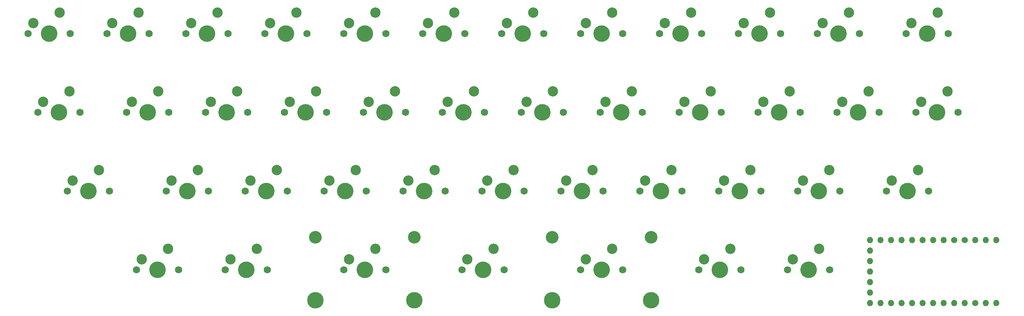
<source format=gbr>
%TF.GenerationSoftware,KiCad,Pcbnew,8.0.8*%
%TF.CreationDate,2025-03-09T23:59:49+01:00*%
%TF.ProjectId,Pancake,50616e63-616b-4652-9e6b-696361645f70,rev?*%
%TF.SameCoordinates,Original*%
%TF.FileFunction,Soldermask,Top*%
%TF.FilePolarity,Negative*%
%FSLAX46Y46*%
G04 Gerber Fmt 4.6, Leading zero omitted, Abs format (unit mm)*
G04 Created by KiCad (PCBNEW 8.0.8) date 2025-03-09 23:59:49*
%MOMM*%
%LPD*%
G01*
G04 APERTURE LIST*
G04 Aperture macros list*
%AMHorizOval*
0 Thick line with rounded ends*
0 $1 width*
0 $2 $3 position (X,Y) of the first rounded end (center of the circle)*
0 $4 $5 position (X,Y) of the second rounded end (center of the circle)*
0 Add line between two ends*
20,1,$1,$2,$3,$4,$5,0*
0 Add two circle primitives to create the rounded ends*
1,1,$1,$2,$3*
1,1,$1,$4,$5*%
G04 Aperture macros list end*
%ADD10C,1.750000*%
%ADD11C,4.000000*%
%ADD12C,2.500000*%
%ADD13O,1.500000X1.500000*%
%ADD14HorizOval,1.500000X0.000000X0.000000X0.000000X0.000000X0*%
%ADD15C,3.048000*%
%ADD16C,3.987800*%
G04 APERTURE END LIST*
D10*
%TO.C,MX16*%
X96361250Y-52943125D03*
D11*
X101441250Y-52943125D03*
D10*
X106521250Y-52943125D03*
D12*
X97631250Y-50403125D03*
X103981250Y-47863125D03*
%TD*%
D10*
%TO.C,MX32*%
X182086250Y-71993125D03*
D11*
X187166250Y-71993125D03*
D10*
X192246250Y-71993125D03*
D12*
X183356250Y-69453125D03*
X189706250Y-66913125D03*
%TD*%
D13*
%TO.C,U1*%
X268174250Y-83820000D03*
X265634250Y-83820000D03*
X263094250Y-83820000D03*
D14*
X260554250Y-83820000D03*
X258014250Y-83820000D03*
D13*
X255474250Y-83820000D03*
X252934250Y-83820000D03*
X250394250Y-83820000D03*
X247854250Y-83820000D03*
X245314250Y-83820000D03*
X242774250Y-83820000D03*
X240234250Y-83820000D03*
X237694250Y-83820000D03*
X237694250Y-86360000D03*
X237694250Y-88900000D03*
X237694250Y-91440000D03*
X237694250Y-93980000D03*
X237694250Y-96520000D03*
X237694250Y-99060000D03*
X240234250Y-99060000D03*
X242774250Y-99060000D03*
X245314250Y-99060000D03*
X247854250Y-99060000D03*
X250394250Y-99060000D03*
X252934250Y-99060000D03*
X255474250Y-99060000D03*
X258014250Y-99060000D03*
X260554250Y-99060000D03*
D14*
X263094250Y-99060000D03*
D13*
X265634250Y-99060000D03*
X268174250Y-99060000D03*
%TD*%
D10*
%TO.C,MX12*%
X246380000Y-33893125D03*
D11*
X251460000Y-33893125D03*
D10*
X256540000Y-33893125D03*
D12*
X247650000Y-31353125D03*
X254000000Y-28813125D03*
%TD*%
D10*
%TO.C,MX6*%
X129698750Y-33893125D03*
D11*
X134778750Y-33893125D03*
D10*
X139858750Y-33893125D03*
D12*
X130968750Y-31353125D03*
X137318750Y-28813125D03*
%TD*%
D10*
%TO.C,MX27*%
X86836250Y-71993125D03*
D11*
X91916250Y-71993125D03*
D10*
X96996250Y-71993125D03*
D12*
X88106250Y-69453125D03*
X94456250Y-66913125D03*
%TD*%
D10*
%TO.C,MX35*%
X241617500Y-71993125D03*
D11*
X246697500Y-71993125D03*
D10*
X251777500Y-71993125D03*
D12*
X242887500Y-69453125D03*
X249237500Y-66913125D03*
%TD*%
D15*
%TO.C,REF\u002A\u002A*%
X103790750Y-83203175D03*
D16*
X103790750Y-98413175D03*
D15*
X127666750Y-83203175D03*
D16*
X127666750Y-98413175D03*
%TD*%
D10*
%TO.C,MX38*%
X110648750Y-91043125D03*
D11*
X115728750Y-91043125D03*
D10*
X120808750Y-91043125D03*
D12*
X111918750Y-88503125D03*
X118268750Y-85963125D03*
%TD*%
D10*
%TO.C,MX28*%
X105886250Y-71993125D03*
D11*
X110966250Y-71993125D03*
D10*
X116046250Y-71993125D03*
D12*
X107156250Y-69453125D03*
X113506250Y-66913125D03*
%TD*%
D10*
%TO.C,MX40*%
X167798750Y-91043125D03*
D11*
X172878750Y-91043125D03*
D10*
X177958750Y-91043125D03*
D12*
X169068750Y-88503125D03*
X175418750Y-85963125D03*
%TD*%
D10*
%TO.C,MX1*%
X34448750Y-33893125D03*
D11*
X39528750Y-33893125D03*
D10*
X44608750Y-33893125D03*
D12*
X35718750Y-31353125D03*
X42068750Y-28813125D03*
%TD*%
D10*
%TO.C,MX31*%
X163036250Y-71993125D03*
D11*
X168116250Y-71993125D03*
D10*
X173196250Y-71993125D03*
D12*
X164306250Y-69453125D03*
X170656250Y-66913125D03*
%TD*%
D10*
%TO.C,MX36*%
X60642500Y-91043125D03*
D11*
X65722500Y-91043125D03*
D10*
X70802500Y-91043125D03*
D12*
X61912500Y-88503125D03*
X68262500Y-85963125D03*
%TD*%
D10*
%TO.C,MX42*%
X217805000Y-91043125D03*
D11*
X222885000Y-91043125D03*
D10*
X227965000Y-91043125D03*
D12*
X219075000Y-88503125D03*
X225425000Y-85963125D03*
%TD*%
D10*
%TO.C,MX26*%
X67786250Y-71993125D03*
D11*
X72866250Y-71993125D03*
D10*
X77946250Y-71993125D03*
D12*
X69056250Y-69453125D03*
X75406250Y-66913125D03*
%TD*%
D10*
%TO.C,MX34*%
X220186250Y-71993125D03*
D11*
X225266250Y-71993125D03*
D10*
X230346250Y-71993125D03*
D12*
X221456250Y-69453125D03*
X227806250Y-66913125D03*
%TD*%
D10*
%TO.C,MX37*%
X82073750Y-91043125D03*
D11*
X87153750Y-91043125D03*
D10*
X92233750Y-91043125D03*
D12*
X83343750Y-88503125D03*
X89693750Y-85963125D03*
%TD*%
D10*
%TO.C,MX10*%
X205898750Y-33893125D03*
D11*
X210978750Y-33893125D03*
D10*
X216058750Y-33893125D03*
D12*
X207168750Y-31353125D03*
X213518750Y-28813125D03*
%TD*%
D10*
%TO.C,MX20*%
X172561250Y-52943125D03*
D11*
X177641250Y-52943125D03*
D10*
X182721250Y-52943125D03*
D12*
X173831250Y-50403125D03*
X180181250Y-47863125D03*
%TD*%
D10*
%TO.C,MX30*%
X143986250Y-71993125D03*
D11*
X149066250Y-71993125D03*
D10*
X154146250Y-71993125D03*
D12*
X145256250Y-69453125D03*
X151606250Y-66913125D03*
%TD*%
D10*
%TO.C,MX23*%
X229711250Y-52943125D03*
D11*
X234791250Y-52943125D03*
D10*
X239871250Y-52943125D03*
D12*
X230981250Y-50403125D03*
X237331250Y-47863125D03*
%TD*%
D10*
%TO.C,MX13*%
X36830000Y-52943125D03*
D11*
X41910000Y-52943125D03*
D10*
X46990000Y-52943125D03*
D12*
X38100000Y-50403125D03*
X44450000Y-47863125D03*
%TD*%
D10*
%TO.C,MX2*%
X53498750Y-33893125D03*
D11*
X58578750Y-33893125D03*
D10*
X63658750Y-33893125D03*
D12*
X54768750Y-31353125D03*
X61118750Y-28813125D03*
%TD*%
D10*
%TO.C,MX18*%
X134461250Y-52943125D03*
D11*
X139541250Y-52943125D03*
D10*
X144621250Y-52943125D03*
D12*
X135731250Y-50403125D03*
X142081250Y-47863125D03*
%TD*%
D10*
%TO.C,MX24*%
X248761250Y-52943125D03*
D11*
X253841250Y-52943125D03*
D10*
X258921250Y-52943125D03*
D12*
X250031250Y-50403125D03*
X256381250Y-47863125D03*
%TD*%
D10*
%TO.C,MX7*%
X148748750Y-33893125D03*
D11*
X153828750Y-33893125D03*
D10*
X158908750Y-33893125D03*
D12*
X150018750Y-31353125D03*
X156368750Y-28813125D03*
%TD*%
D10*
%TO.C,MX5*%
X110648750Y-33893125D03*
D11*
X115728750Y-33893125D03*
D10*
X120808750Y-33893125D03*
D12*
X111918750Y-31353125D03*
X118268750Y-28813125D03*
%TD*%
D10*
%TO.C,MX33*%
X201136250Y-71993125D03*
D11*
X206216250Y-71993125D03*
D10*
X211296250Y-71993125D03*
D12*
X202406250Y-69453125D03*
X208756250Y-66913125D03*
%TD*%
D10*
%TO.C,MX4*%
X91598750Y-33893125D03*
D11*
X96678750Y-33893125D03*
D10*
X101758750Y-33893125D03*
D12*
X92868750Y-31353125D03*
X99218750Y-28813125D03*
%TD*%
D10*
%TO.C,MX11*%
X224948750Y-33893125D03*
D11*
X230028750Y-33893125D03*
D10*
X235108750Y-33893125D03*
D12*
X226218750Y-31353125D03*
X232568750Y-28813125D03*
%TD*%
D10*
%TO.C,MX9*%
X186848750Y-33893125D03*
D11*
X191928750Y-33893125D03*
D10*
X197008750Y-33893125D03*
D12*
X188118750Y-31353125D03*
X194468750Y-28813125D03*
%TD*%
D10*
%TO.C,MX19*%
X153511250Y-52943125D03*
D11*
X158591250Y-52943125D03*
D10*
X163671250Y-52943125D03*
D12*
X154781250Y-50403125D03*
X161131250Y-47863125D03*
%TD*%
D10*
%TO.C,MX14*%
X58261250Y-52943125D03*
D11*
X63341250Y-52943125D03*
D10*
X68421250Y-52943125D03*
D12*
X59531250Y-50403125D03*
X65881250Y-47863125D03*
%TD*%
D10*
%TO.C,MX39*%
X139223750Y-91043125D03*
D11*
X144303750Y-91043125D03*
D10*
X149383750Y-91043125D03*
D12*
X140493750Y-88503125D03*
X146843750Y-85963125D03*
%TD*%
D10*
%TO.C,MX17*%
X115411250Y-52943125D03*
D11*
X120491250Y-52943125D03*
D10*
X125571250Y-52943125D03*
D12*
X116681250Y-50403125D03*
X123031250Y-47863125D03*
%TD*%
D16*
%TO.C,REF\u002A\u002A*%
X184816750Y-98413175D03*
D15*
X184816750Y-83203175D03*
D16*
X160940750Y-98413175D03*
D15*
X160940750Y-83203175D03*
%TD*%
D10*
%TO.C,MX22*%
X210661250Y-52943125D03*
D11*
X215741250Y-52943125D03*
D10*
X220821250Y-52943125D03*
D12*
X211931250Y-50403125D03*
X218281250Y-47863125D03*
%TD*%
D10*
%TO.C,MX41*%
X196373750Y-91043125D03*
D11*
X201453750Y-91043125D03*
D10*
X206533750Y-91043125D03*
D12*
X197643750Y-88503125D03*
X203993750Y-85963125D03*
%TD*%
D10*
%TO.C,MX21*%
X191611250Y-52943125D03*
D11*
X196691250Y-52943125D03*
D10*
X201771250Y-52943125D03*
D12*
X192881250Y-50403125D03*
X199231250Y-47863125D03*
%TD*%
D10*
%TO.C,MX8*%
X167798750Y-33893125D03*
D11*
X172878750Y-33893125D03*
D10*
X177958750Y-33893125D03*
D12*
X169068750Y-31353125D03*
X175418750Y-28813125D03*
%TD*%
D10*
%TO.C,MX29*%
X124936250Y-71993125D03*
D11*
X130016250Y-71993125D03*
D10*
X135096250Y-71993125D03*
D12*
X126206250Y-69453125D03*
X132556250Y-66913125D03*
%TD*%
D10*
%TO.C,MX3*%
X72548750Y-33893125D03*
D11*
X77628750Y-33893125D03*
D10*
X82708750Y-33893125D03*
D12*
X73818750Y-31353125D03*
X80168750Y-28813125D03*
%TD*%
D10*
%TO.C,MX15*%
X77311250Y-52943125D03*
D11*
X82391250Y-52943125D03*
D10*
X87471250Y-52943125D03*
D12*
X78581250Y-50403125D03*
X84931250Y-47863125D03*
%TD*%
D10*
%TO.C,MX25*%
X43973750Y-71993125D03*
D11*
X49053750Y-71993125D03*
D10*
X54133750Y-71993125D03*
D12*
X45243750Y-69453125D03*
X51593750Y-66913125D03*
%TD*%
M02*

</source>
